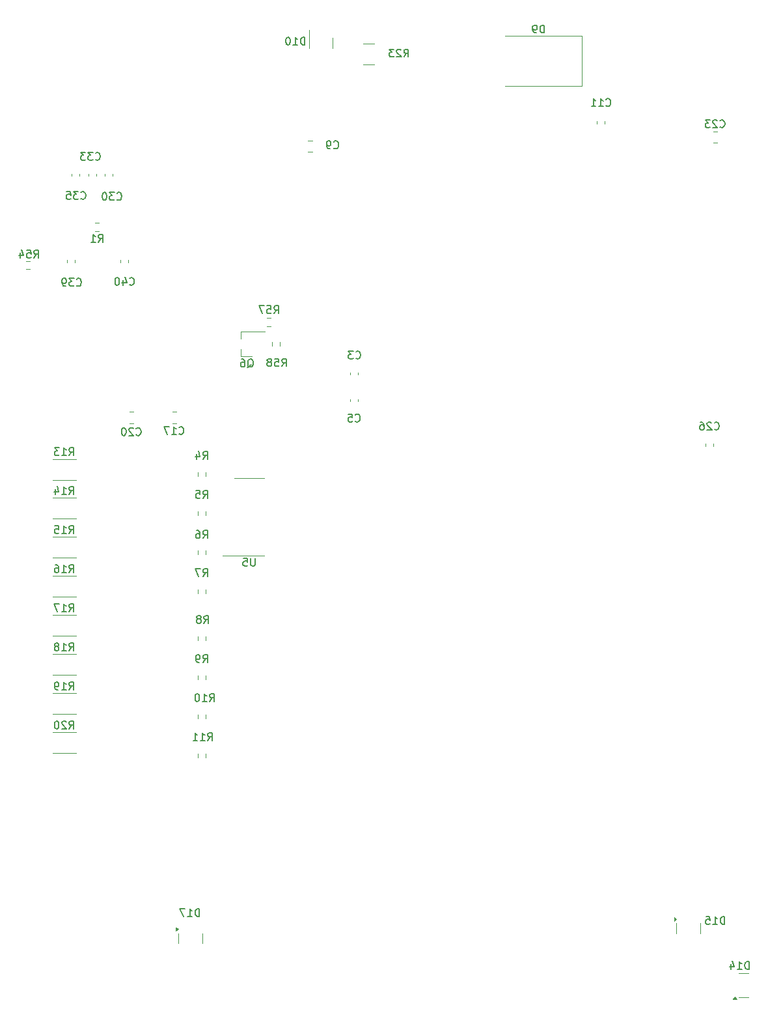
<source format=gbr>
%TF.GenerationSoftware,KiCad,Pcbnew,8.0.1*%
%TF.CreationDate,2024-04-12T11:45:32+03:00*%
%TF.ProjectId,stm32,73746d33-322e-46b6-9963-61645f706362,rev?*%
%TF.SameCoordinates,Original*%
%TF.FileFunction,Legend,Bot*%
%TF.FilePolarity,Positive*%
%FSLAX46Y46*%
G04 Gerber Fmt 4.6, Leading zero omitted, Abs format (unit mm)*
G04 Created by KiCad (PCBNEW 8.0.1) date 2024-04-12 11:45:32*
%MOMM*%
%LPD*%
G01*
G04 APERTURE LIST*
%ADD10C,0.150000*%
%ADD11C,0.120000*%
G04 APERTURE END LIST*
D10*
X94622857Y-38205580D02*
X94670476Y-38253200D01*
X94670476Y-38253200D02*
X94813333Y-38300819D01*
X94813333Y-38300819D02*
X94908571Y-38300819D01*
X94908571Y-38300819D02*
X95051428Y-38253200D01*
X95051428Y-38253200D02*
X95146666Y-38157961D01*
X95146666Y-38157961D02*
X95194285Y-38062723D01*
X95194285Y-38062723D02*
X95241904Y-37872247D01*
X95241904Y-37872247D02*
X95241904Y-37729390D01*
X95241904Y-37729390D02*
X95194285Y-37538914D01*
X95194285Y-37538914D02*
X95146666Y-37443676D01*
X95146666Y-37443676D02*
X95051428Y-37348438D01*
X95051428Y-37348438D02*
X94908571Y-37300819D01*
X94908571Y-37300819D02*
X94813333Y-37300819D01*
X94813333Y-37300819D02*
X94670476Y-37348438D01*
X94670476Y-37348438D02*
X94622857Y-37396057D01*
X93670476Y-38300819D02*
X94241904Y-38300819D01*
X93956190Y-38300819D02*
X93956190Y-37300819D01*
X93956190Y-37300819D02*
X94051428Y-37443676D01*
X94051428Y-37443676D02*
X94146666Y-37538914D01*
X94146666Y-37538914D02*
X94241904Y-37586533D01*
X92718095Y-38300819D02*
X93289523Y-38300819D01*
X93003809Y-38300819D02*
X93003809Y-37300819D01*
X93003809Y-37300819D02*
X93099047Y-37443676D01*
X93099047Y-37443676D02*
X93194285Y-37538914D01*
X93194285Y-37538914D02*
X93289523Y-37586533D01*
X42203666Y-94434819D02*
X42536999Y-93958628D01*
X42775094Y-94434819D02*
X42775094Y-93434819D01*
X42775094Y-93434819D02*
X42394142Y-93434819D01*
X42394142Y-93434819D02*
X42298904Y-93482438D01*
X42298904Y-93482438D02*
X42251285Y-93530057D01*
X42251285Y-93530057D02*
X42203666Y-93625295D01*
X42203666Y-93625295D02*
X42203666Y-93768152D01*
X42203666Y-93768152D02*
X42251285Y-93863390D01*
X42251285Y-93863390D02*
X42298904Y-93911009D01*
X42298904Y-93911009D02*
X42394142Y-93958628D01*
X42394142Y-93958628D02*
X42775094Y-93958628D01*
X41346523Y-93434819D02*
X41536999Y-93434819D01*
X41536999Y-93434819D02*
X41632237Y-93482438D01*
X41632237Y-93482438D02*
X41679856Y-93530057D01*
X41679856Y-93530057D02*
X41775094Y-93672914D01*
X41775094Y-93672914D02*
X41822713Y-93863390D01*
X41822713Y-93863390D02*
X41822713Y-94244342D01*
X41822713Y-94244342D02*
X41775094Y-94339580D01*
X41775094Y-94339580D02*
X41727475Y-94387200D01*
X41727475Y-94387200D02*
X41632237Y-94434819D01*
X41632237Y-94434819D02*
X41441761Y-94434819D01*
X41441761Y-94434819D02*
X41346523Y-94387200D01*
X41346523Y-94387200D02*
X41298904Y-94339580D01*
X41298904Y-94339580D02*
X41251285Y-94244342D01*
X41251285Y-94244342D02*
X41251285Y-94006247D01*
X41251285Y-94006247D02*
X41298904Y-93911009D01*
X41298904Y-93911009D02*
X41346523Y-93863390D01*
X41346523Y-93863390D02*
X41441761Y-93815771D01*
X41441761Y-93815771D02*
X41632237Y-93815771D01*
X41632237Y-93815771D02*
X41727475Y-93863390D01*
X41727475Y-93863390D02*
X41775094Y-93911009D01*
X41775094Y-93911009D02*
X41822713Y-94006247D01*
X20200857Y-57985819D02*
X20534190Y-57509628D01*
X20772285Y-57985819D02*
X20772285Y-56985819D01*
X20772285Y-56985819D02*
X20391333Y-56985819D01*
X20391333Y-56985819D02*
X20296095Y-57033438D01*
X20296095Y-57033438D02*
X20248476Y-57081057D01*
X20248476Y-57081057D02*
X20200857Y-57176295D01*
X20200857Y-57176295D02*
X20200857Y-57319152D01*
X20200857Y-57319152D02*
X20248476Y-57414390D01*
X20248476Y-57414390D02*
X20296095Y-57462009D01*
X20296095Y-57462009D02*
X20391333Y-57509628D01*
X20391333Y-57509628D02*
X20772285Y-57509628D01*
X19296095Y-56985819D02*
X19772285Y-56985819D01*
X19772285Y-56985819D02*
X19819904Y-57462009D01*
X19819904Y-57462009D02*
X19772285Y-57414390D01*
X19772285Y-57414390D02*
X19677047Y-57366771D01*
X19677047Y-57366771D02*
X19438952Y-57366771D01*
X19438952Y-57366771D02*
X19343714Y-57414390D01*
X19343714Y-57414390D02*
X19296095Y-57462009D01*
X19296095Y-57462009D02*
X19248476Y-57557247D01*
X19248476Y-57557247D02*
X19248476Y-57795342D01*
X19248476Y-57795342D02*
X19296095Y-57890580D01*
X19296095Y-57890580D02*
X19343714Y-57938200D01*
X19343714Y-57938200D02*
X19438952Y-57985819D01*
X19438952Y-57985819D02*
X19677047Y-57985819D01*
X19677047Y-57985819D02*
X19772285Y-57938200D01*
X19772285Y-57938200D02*
X19819904Y-57890580D01*
X18391333Y-57319152D02*
X18391333Y-57985819D01*
X18629428Y-56938200D02*
X18867523Y-57652485D01*
X18867523Y-57652485D02*
X18248476Y-57652485D01*
X68335057Y-31874619D02*
X68668390Y-31398428D01*
X68906485Y-31874619D02*
X68906485Y-30874619D01*
X68906485Y-30874619D02*
X68525533Y-30874619D01*
X68525533Y-30874619D02*
X68430295Y-30922238D01*
X68430295Y-30922238D02*
X68382676Y-30969857D01*
X68382676Y-30969857D02*
X68335057Y-31065095D01*
X68335057Y-31065095D02*
X68335057Y-31207952D01*
X68335057Y-31207952D02*
X68382676Y-31303190D01*
X68382676Y-31303190D02*
X68430295Y-31350809D01*
X68430295Y-31350809D02*
X68525533Y-31398428D01*
X68525533Y-31398428D02*
X68906485Y-31398428D01*
X67954104Y-30969857D02*
X67906485Y-30922238D01*
X67906485Y-30922238D02*
X67811247Y-30874619D01*
X67811247Y-30874619D02*
X67573152Y-30874619D01*
X67573152Y-30874619D02*
X67477914Y-30922238D01*
X67477914Y-30922238D02*
X67430295Y-30969857D01*
X67430295Y-30969857D02*
X67382676Y-31065095D01*
X67382676Y-31065095D02*
X67382676Y-31160333D01*
X67382676Y-31160333D02*
X67430295Y-31303190D01*
X67430295Y-31303190D02*
X68001723Y-31874619D01*
X68001723Y-31874619D02*
X67382676Y-31874619D01*
X67049342Y-30874619D02*
X66430295Y-30874619D01*
X66430295Y-30874619D02*
X66763628Y-31255571D01*
X66763628Y-31255571D02*
X66620771Y-31255571D01*
X66620771Y-31255571D02*
X66525533Y-31303190D01*
X66525533Y-31303190D02*
X66477914Y-31350809D01*
X66477914Y-31350809D02*
X66430295Y-31446047D01*
X66430295Y-31446047D02*
X66430295Y-31684142D01*
X66430295Y-31684142D02*
X66477914Y-31779380D01*
X66477914Y-31779380D02*
X66525533Y-31827000D01*
X66525533Y-31827000D02*
X66620771Y-31874619D01*
X66620771Y-31874619D02*
X66906485Y-31874619D01*
X66906485Y-31874619D02*
X67001723Y-31827000D01*
X67001723Y-31827000D02*
X67049342Y-31779380D01*
X26323357Y-50270580D02*
X26370976Y-50318200D01*
X26370976Y-50318200D02*
X26513833Y-50365819D01*
X26513833Y-50365819D02*
X26609071Y-50365819D01*
X26609071Y-50365819D02*
X26751928Y-50318200D01*
X26751928Y-50318200D02*
X26847166Y-50222961D01*
X26847166Y-50222961D02*
X26894785Y-50127723D01*
X26894785Y-50127723D02*
X26942404Y-49937247D01*
X26942404Y-49937247D02*
X26942404Y-49794390D01*
X26942404Y-49794390D02*
X26894785Y-49603914D01*
X26894785Y-49603914D02*
X26847166Y-49508676D01*
X26847166Y-49508676D02*
X26751928Y-49413438D01*
X26751928Y-49413438D02*
X26609071Y-49365819D01*
X26609071Y-49365819D02*
X26513833Y-49365819D01*
X26513833Y-49365819D02*
X26370976Y-49413438D01*
X26370976Y-49413438D02*
X26323357Y-49461057D01*
X25990023Y-49365819D02*
X25370976Y-49365819D01*
X25370976Y-49365819D02*
X25704309Y-49746771D01*
X25704309Y-49746771D02*
X25561452Y-49746771D01*
X25561452Y-49746771D02*
X25466214Y-49794390D01*
X25466214Y-49794390D02*
X25418595Y-49842009D01*
X25418595Y-49842009D02*
X25370976Y-49937247D01*
X25370976Y-49937247D02*
X25370976Y-50175342D01*
X25370976Y-50175342D02*
X25418595Y-50270580D01*
X25418595Y-50270580D02*
X25466214Y-50318200D01*
X25466214Y-50318200D02*
X25561452Y-50365819D01*
X25561452Y-50365819D02*
X25847166Y-50365819D01*
X25847166Y-50365819D02*
X25942404Y-50318200D01*
X25942404Y-50318200D02*
X25990023Y-50270580D01*
X24466214Y-49365819D02*
X24942404Y-49365819D01*
X24942404Y-49365819D02*
X24990023Y-49842009D01*
X24990023Y-49842009D02*
X24942404Y-49794390D01*
X24942404Y-49794390D02*
X24847166Y-49746771D01*
X24847166Y-49746771D02*
X24609071Y-49746771D01*
X24609071Y-49746771D02*
X24513833Y-49794390D01*
X24513833Y-49794390D02*
X24466214Y-49842009D01*
X24466214Y-49842009D02*
X24418595Y-49937247D01*
X24418595Y-49937247D02*
X24418595Y-50175342D01*
X24418595Y-50175342D02*
X24466214Y-50270580D01*
X24466214Y-50270580D02*
X24513833Y-50318200D01*
X24513833Y-50318200D02*
X24609071Y-50365819D01*
X24609071Y-50365819D02*
X24847166Y-50365819D01*
X24847166Y-50365819D02*
X24942404Y-50318200D01*
X24942404Y-50318200D02*
X24990023Y-50270580D01*
X33514357Y-80983080D02*
X33561976Y-81030700D01*
X33561976Y-81030700D02*
X33704833Y-81078319D01*
X33704833Y-81078319D02*
X33800071Y-81078319D01*
X33800071Y-81078319D02*
X33942928Y-81030700D01*
X33942928Y-81030700D02*
X34038166Y-80935461D01*
X34038166Y-80935461D02*
X34085785Y-80840223D01*
X34085785Y-80840223D02*
X34133404Y-80649747D01*
X34133404Y-80649747D02*
X34133404Y-80506890D01*
X34133404Y-80506890D02*
X34085785Y-80316414D01*
X34085785Y-80316414D02*
X34038166Y-80221176D01*
X34038166Y-80221176D02*
X33942928Y-80125938D01*
X33942928Y-80125938D02*
X33800071Y-80078319D01*
X33800071Y-80078319D02*
X33704833Y-80078319D01*
X33704833Y-80078319D02*
X33561976Y-80125938D01*
X33561976Y-80125938D02*
X33514357Y-80173557D01*
X33133404Y-80173557D02*
X33085785Y-80125938D01*
X33085785Y-80125938D02*
X32990547Y-80078319D01*
X32990547Y-80078319D02*
X32752452Y-80078319D01*
X32752452Y-80078319D02*
X32657214Y-80125938D01*
X32657214Y-80125938D02*
X32609595Y-80173557D01*
X32609595Y-80173557D02*
X32561976Y-80268795D01*
X32561976Y-80268795D02*
X32561976Y-80364033D01*
X32561976Y-80364033D02*
X32609595Y-80506890D01*
X32609595Y-80506890D02*
X33181023Y-81078319D01*
X33181023Y-81078319D02*
X32561976Y-81078319D01*
X31942928Y-80078319D02*
X31847690Y-80078319D01*
X31847690Y-80078319D02*
X31752452Y-80125938D01*
X31752452Y-80125938D02*
X31704833Y-80173557D01*
X31704833Y-80173557D02*
X31657214Y-80268795D01*
X31657214Y-80268795D02*
X31609595Y-80459271D01*
X31609595Y-80459271D02*
X31609595Y-80697366D01*
X31609595Y-80697366D02*
X31657214Y-80887842D01*
X31657214Y-80887842D02*
X31704833Y-80983080D01*
X31704833Y-80983080D02*
X31752452Y-81030700D01*
X31752452Y-81030700D02*
X31847690Y-81078319D01*
X31847690Y-81078319D02*
X31942928Y-81078319D01*
X31942928Y-81078319D02*
X32038166Y-81030700D01*
X32038166Y-81030700D02*
X32085785Y-80983080D01*
X32085785Y-80983080D02*
X32133404Y-80887842D01*
X32133404Y-80887842D02*
X32181023Y-80697366D01*
X32181023Y-80697366D02*
X32181023Y-80459271D01*
X32181023Y-80459271D02*
X32133404Y-80268795D01*
X32133404Y-80268795D02*
X32085785Y-80173557D01*
X32085785Y-80173557D02*
X32038166Y-80125938D01*
X32038166Y-80125938D02*
X31942928Y-80078319D01*
X42203666Y-89227819D02*
X42536999Y-88751628D01*
X42775094Y-89227819D02*
X42775094Y-88227819D01*
X42775094Y-88227819D02*
X42394142Y-88227819D01*
X42394142Y-88227819D02*
X42298904Y-88275438D01*
X42298904Y-88275438D02*
X42251285Y-88323057D01*
X42251285Y-88323057D02*
X42203666Y-88418295D01*
X42203666Y-88418295D02*
X42203666Y-88561152D01*
X42203666Y-88561152D02*
X42251285Y-88656390D01*
X42251285Y-88656390D02*
X42298904Y-88704009D01*
X42298904Y-88704009D02*
X42394142Y-88751628D01*
X42394142Y-88751628D02*
X42775094Y-88751628D01*
X41298904Y-88227819D02*
X41775094Y-88227819D01*
X41775094Y-88227819D02*
X41822713Y-88704009D01*
X41822713Y-88704009D02*
X41775094Y-88656390D01*
X41775094Y-88656390D02*
X41679856Y-88608771D01*
X41679856Y-88608771D02*
X41441761Y-88608771D01*
X41441761Y-88608771D02*
X41346523Y-88656390D01*
X41346523Y-88656390D02*
X41298904Y-88704009D01*
X41298904Y-88704009D02*
X41251285Y-88799247D01*
X41251285Y-88799247D02*
X41251285Y-89037342D01*
X41251285Y-89037342D02*
X41298904Y-89132580D01*
X41298904Y-89132580D02*
X41346523Y-89180200D01*
X41346523Y-89180200D02*
X41441761Y-89227819D01*
X41441761Y-89227819D02*
X41679856Y-89227819D01*
X41679856Y-89227819D02*
X41775094Y-89180200D01*
X41775094Y-89180200D02*
X41822713Y-89132580D01*
X24785857Y-83677819D02*
X25119190Y-83201628D01*
X25357285Y-83677819D02*
X25357285Y-82677819D01*
X25357285Y-82677819D02*
X24976333Y-82677819D01*
X24976333Y-82677819D02*
X24881095Y-82725438D01*
X24881095Y-82725438D02*
X24833476Y-82773057D01*
X24833476Y-82773057D02*
X24785857Y-82868295D01*
X24785857Y-82868295D02*
X24785857Y-83011152D01*
X24785857Y-83011152D02*
X24833476Y-83106390D01*
X24833476Y-83106390D02*
X24881095Y-83154009D01*
X24881095Y-83154009D02*
X24976333Y-83201628D01*
X24976333Y-83201628D02*
X25357285Y-83201628D01*
X23833476Y-83677819D02*
X24404904Y-83677819D01*
X24119190Y-83677819D02*
X24119190Y-82677819D01*
X24119190Y-82677819D02*
X24214428Y-82820676D01*
X24214428Y-82820676D02*
X24309666Y-82915914D01*
X24309666Y-82915914D02*
X24404904Y-82963533D01*
X23500142Y-82677819D02*
X22881095Y-82677819D01*
X22881095Y-82677819D02*
X23214428Y-83058771D01*
X23214428Y-83058771D02*
X23071571Y-83058771D01*
X23071571Y-83058771D02*
X22976333Y-83106390D01*
X22976333Y-83106390D02*
X22928714Y-83154009D01*
X22928714Y-83154009D02*
X22881095Y-83249247D01*
X22881095Y-83249247D02*
X22881095Y-83487342D01*
X22881095Y-83487342D02*
X22928714Y-83582580D01*
X22928714Y-83582580D02*
X22976333Y-83630200D01*
X22976333Y-83630200D02*
X23071571Y-83677819D01*
X23071571Y-83677819D02*
X23357285Y-83677819D01*
X23357285Y-83677819D02*
X23452523Y-83630200D01*
X23452523Y-83630200D02*
X23500142Y-83582580D01*
X42203666Y-84147819D02*
X42536999Y-83671628D01*
X42775094Y-84147819D02*
X42775094Y-83147819D01*
X42775094Y-83147819D02*
X42394142Y-83147819D01*
X42394142Y-83147819D02*
X42298904Y-83195438D01*
X42298904Y-83195438D02*
X42251285Y-83243057D01*
X42251285Y-83243057D02*
X42203666Y-83338295D01*
X42203666Y-83338295D02*
X42203666Y-83481152D01*
X42203666Y-83481152D02*
X42251285Y-83576390D01*
X42251285Y-83576390D02*
X42298904Y-83624009D01*
X42298904Y-83624009D02*
X42394142Y-83671628D01*
X42394142Y-83671628D02*
X42775094Y-83671628D01*
X41346523Y-83481152D02*
X41346523Y-84147819D01*
X41584618Y-83100200D02*
X41822713Y-83814485D01*
X41822713Y-83814485D02*
X41203666Y-83814485D01*
X24785857Y-109045819D02*
X25119190Y-108569628D01*
X25357285Y-109045819D02*
X25357285Y-108045819D01*
X25357285Y-108045819D02*
X24976333Y-108045819D01*
X24976333Y-108045819D02*
X24881095Y-108093438D01*
X24881095Y-108093438D02*
X24833476Y-108141057D01*
X24833476Y-108141057D02*
X24785857Y-108236295D01*
X24785857Y-108236295D02*
X24785857Y-108379152D01*
X24785857Y-108379152D02*
X24833476Y-108474390D01*
X24833476Y-108474390D02*
X24881095Y-108522009D01*
X24881095Y-108522009D02*
X24976333Y-108569628D01*
X24976333Y-108569628D02*
X25357285Y-108569628D01*
X23833476Y-109045819D02*
X24404904Y-109045819D01*
X24119190Y-109045819D02*
X24119190Y-108045819D01*
X24119190Y-108045819D02*
X24214428Y-108188676D01*
X24214428Y-108188676D02*
X24309666Y-108283914D01*
X24309666Y-108283914D02*
X24404904Y-108331533D01*
X23262047Y-108474390D02*
X23357285Y-108426771D01*
X23357285Y-108426771D02*
X23404904Y-108379152D01*
X23404904Y-108379152D02*
X23452523Y-108283914D01*
X23452523Y-108283914D02*
X23452523Y-108236295D01*
X23452523Y-108236295D02*
X23404904Y-108141057D01*
X23404904Y-108141057D02*
X23357285Y-108093438D01*
X23357285Y-108093438D02*
X23262047Y-108045819D01*
X23262047Y-108045819D02*
X23071571Y-108045819D01*
X23071571Y-108045819D02*
X22976333Y-108093438D01*
X22976333Y-108093438D02*
X22928714Y-108141057D01*
X22928714Y-108141057D02*
X22881095Y-108236295D01*
X22881095Y-108236295D02*
X22881095Y-108283914D01*
X22881095Y-108283914D02*
X22928714Y-108379152D01*
X22928714Y-108379152D02*
X22976333Y-108426771D01*
X22976333Y-108426771D02*
X23071571Y-108474390D01*
X23071571Y-108474390D02*
X23262047Y-108474390D01*
X23262047Y-108474390D02*
X23357285Y-108522009D01*
X23357285Y-108522009D02*
X23404904Y-108569628D01*
X23404904Y-108569628D02*
X23452523Y-108664866D01*
X23452523Y-108664866D02*
X23452523Y-108855342D01*
X23452523Y-108855342D02*
X23404904Y-108950580D01*
X23404904Y-108950580D02*
X23357285Y-108998200D01*
X23357285Y-108998200D02*
X23262047Y-109045819D01*
X23262047Y-109045819D02*
X23071571Y-109045819D01*
X23071571Y-109045819D02*
X22976333Y-108998200D01*
X22976333Y-108998200D02*
X22928714Y-108950580D01*
X22928714Y-108950580D02*
X22881095Y-108855342D01*
X22881095Y-108855342D02*
X22881095Y-108664866D01*
X22881095Y-108664866D02*
X22928714Y-108569628D01*
X22928714Y-108569628D02*
X22976333Y-108522009D01*
X22976333Y-108522009D02*
X23071571Y-108474390D01*
X30995857Y-50397580D02*
X31043476Y-50445200D01*
X31043476Y-50445200D02*
X31186333Y-50492819D01*
X31186333Y-50492819D02*
X31281571Y-50492819D01*
X31281571Y-50492819D02*
X31424428Y-50445200D01*
X31424428Y-50445200D02*
X31519666Y-50349961D01*
X31519666Y-50349961D02*
X31567285Y-50254723D01*
X31567285Y-50254723D02*
X31614904Y-50064247D01*
X31614904Y-50064247D02*
X31614904Y-49921390D01*
X31614904Y-49921390D02*
X31567285Y-49730914D01*
X31567285Y-49730914D02*
X31519666Y-49635676D01*
X31519666Y-49635676D02*
X31424428Y-49540438D01*
X31424428Y-49540438D02*
X31281571Y-49492819D01*
X31281571Y-49492819D02*
X31186333Y-49492819D01*
X31186333Y-49492819D02*
X31043476Y-49540438D01*
X31043476Y-49540438D02*
X30995857Y-49588057D01*
X30662523Y-49492819D02*
X30043476Y-49492819D01*
X30043476Y-49492819D02*
X30376809Y-49873771D01*
X30376809Y-49873771D02*
X30233952Y-49873771D01*
X30233952Y-49873771D02*
X30138714Y-49921390D01*
X30138714Y-49921390D02*
X30091095Y-49969009D01*
X30091095Y-49969009D02*
X30043476Y-50064247D01*
X30043476Y-50064247D02*
X30043476Y-50302342D01*
X30043476Y-50302342D02*
X30091095Y-50397580D01*
X30091095Y-50397580D02*
X30138714Y-50445200D01*
X30138714Y-50445200D02*
X30233952Y-50492819D01*
X30233952Y-50492819D02*
X30519666Y-50492819D01*
X30519666Y-50492819D02*
X30614904Y-50445200D01*
X30614904Y-50445200D02*
X30662523Y-50397580D01*
X29424428Y-49492819D02*
X29329190Y-49492819D01*
X29329190Y-49492819D02*
X29233952Y-49540438D01*
X29233952Y-49540438D02*
X29186333Y-49588057D01*
X29186333Y-49588057D02*
X29138714Y-49683295D01*
X29138714Y-49683295D02*
X29091095Y-49873771D01*
X29091095Y-49873771D02*
X29091095Y-50111866D01*
X29091095Y-50111866D02*
X29138714Y-50302342D01*
X29138714Y-50302342D02*
X29186333Y-50397580D01*
X29186333Y-50397580D02*
X29233952Y-50445200D01*
X29233952Y-50445200D02*
X29329190Y-50492819D01*
X29329190Y-50492819D02*
X29424428Y-50492819D01*
X29424428Y-50492819D02*
X29519666Y-50445200D01*
X29519666Y-50445200D02*
X29567285Y-50397580D01*
X29567285Y-50397580D02*
X29614904Y-50302342D01*
X29614904Y-50302342D02*
X29662523Y-50111866D01*
X29662523Y-50111866D02*
X29662523Y-49873771D01*
X29662523Y-49873771D02*
X29614904Y-49683295D01*
X29614904Y-49683295D02*
X29567285Y-49588057D01*
X29567285Y-49588057D02*
X29519666Y-49540438D01*
X29519666Y-49540438D02*
X29424428Y-49492819D01*
X24785857Y-88725819D02*
X25119190Y-88249628D01*
X25357285Y-88725819D02*
X25357285Y-87725819D01*
X25357285Y-87725819D02*
X24976333Y-87725819D01*
X24976333Y-87725819D02*
X24881095Y-87773438D01*
X24881095Y-87773438D02*
X24833476Y-87821057D01*
X24833476Y-87821057D02*
X24785857Y-87916295D01*
X24785857Y-87916295D02*
X24785857Y-88059152D01*
X24785857Y-88059152D02*
X24833476Y-88154390D01*
X24833476Y-88154390D02*
X24881095Y-88202009D01*
X24881095Y-88202009D02*
X24976333Y-88249628D01*
X24976333Y-88249628D02*
X25357285Y-88249628D01*
X23833476Y-88725819D02*
X24404904Y-88725819D01*
X24119190Y-88725819D02*
X24119190Y-87725819D01*
X24119190Y-87725819D02*
X24214428Y-87868676D01*
X24214428Y-87868676D02*
X24309666Y-87963914D01*
X24309666Y-87963914D02*
X24404904Y-88011533D01*
X22976333Y-88059152D02*
X22976333Y-88725819D01*
X23214428Y-87678200D02*
X23452523Y-88392485D01*
X23452523Y-88392485D02*
X22833476Y-88392485D01*
X24785857Y-114125819D02*
X25119190Y-113649628D01*
X25357285Y-114125819D02*
X25357285Y-113125819D01*
X25357285Y-113125819D02*
X24976333Y-113125819D01*
X24976333Y-113125819D02*
X24881095Y-113173438D01*
X24881095Y-113173438D02*
X24833476Y-113221057D01*
X24833476Y-113221057D02*
X24785857Y-113316295D01*
X24785857Y-113316295D02*
X24785857Y-113459152D01*
X24785857Y-113459152D02*
X24833476Y-113554390D01*
X24833476Y-113554390D02*
X24881095Y-113602009D01*
X24881095Y-113602009D02*
X24976333Y-113649628D01*
X24976333Y-113649628D02*
X25357285Y-113649628D01*
X23833476Y-114125819D02*
X24404904Y-114125819D01*
X24119190Y-114125819D02*
X24119190Y-113125819D01*
X24119190Y-113125819D02*
X24214428Y-113268676D01*
X24214428Y-113268676D02*
X24309666Y-113363914D01*
X24309666Y-113363914D02*
X24404904Y-113411533D01*
X23357285Y-114125819D02*
X23166809Y-114125819D01*
X23166809Y-114125819D02*
X23071571Y-114078200D01*
X23071571Y-114078200D02*
X23023952Y-114030580D01*
X23023952Y-114030580D02*
X22928714Y-113887723D01*
X22928714Y-113887723D02*
X22881095Y-113697247D01*
X22881095Y-113697247D02*
X22881095Y-113316295D01*
X22881095Y-113316295D02*
X22928714Y-113221057D01*
X22928714Y-113221057D02*
X22976333Y-113173438D01*
X22976333Y-113173438D02*
X23071571Y-113125819D01*
X23071571Y-113125819D02*
X23262047Y-113125819D01*
X23262047Y-113125819D02*
X23357285Y-113173438D01*
X23357285Y-113173438D02*
X23404904Y-113221057D01*
X23404904Y-113221057D02*
X23452523Y-113316295D01*
X23452523Y-113316295D02*
X23452523Y-113554390D01*
X23452523Y-113554390D02*
X23404904Y-113649628D01*
X23404904Y-113649628D02*
X23357285Y-113697247D01*
X23357285Y-113697247D02*
X23262047Y-113744866D01*
X23262047Y-113744866D02*
X23071571Y-113744866D01*
X23071571Y-113744866D02*
X22976333Y-113697247D01*
X22976333Y-113697247D02*
X22928714Y-113649628D01*
X22928714Y-113649628D02*
X22881095Y-113554390D01*
X110053285Y-144599819D02*
X110053285Y-143599819D01*
X110053285Y-143599819D02*
X109815190Y-143599819D01*
X109815190Y-143599819D02*
X109672333Y-143647438D01*
X109672333Y-143647438D02*
X109577095Y-143742676D01*
X109577095Y-143742676D02*
X109529476Y-143837914D01*
X109529476Y-143837914D02*
X109481857Y-144028390D01*
X109481857Y-144028390D02*
X109481857Y-144171247D01*
X109481857Y-144171247D02*
X109529476Y-144361723D01*
X109529476Y-144361723D02*
X109577095Y-144456961D01*
X109577095Y-144456961D02*
X109672333Y-144552200D01*
X109672333Y-144552200D02*
X109815190Y-144599819D01*
X109815190Y-144599819D02*
X110053285Y-144599819D01*
X108529476Y-144599819D02*
X109100904Y-144599819D01*
X108815190Y-144599819D02*
X108815190Y-143599819D01*
X108815190Y-143599819D02*
X108910428Y-143742676D01*
X108910428Y-143742676D02*
X109005666Y-143837914D01*
X109005666Y-143837914D02*
X109100904Y-143885533D01*
X107624714Y-143599819D02*
X108100904Y-143599819D01*
X108100904Y-143599819D02*
X108148523Y-144076009D01*
X108148523Y-144076009D02*
X108100904Y-144028390D01*
X108100904Y-144028390D02*
X108005666Y-143980771D01*
X108005666Y-143980771D02*
X107767571Y-143980771D01*
X107767571Y-143980771D02*
X107672333Y-144028390D01*
X107672333Y-144028390D02*
X107624714Y-144076009D01*
X107624714Y-144076009D02*
X107577095Y-144171247D01*
X107577095Y-144171247D02*
X107577095Y-144409342D01*
X107577095Y-144409342D02*
X107624714Y-144504580D01*
X107624714Y-144504580D02*
X107672333Y-144552200D01*
X107672333Y-144552200D02*
X107767571Y-144599819D01*
X107767571Y-144599819D02*
X108005666Y-144599819D01*
X108005666Y-144599819D02*
X108100904Y-144552200D01*
X108100904Y-144552200D02*
X108148523Y-144504580D01*
X108719857Y-80242580D02*
X108767476Y-80290200D01*
X108767476Y-80290200D02*
X108910333Y-80337819D01*
X108910333Y-80337819D02*
X109005571Y-80337819D01*
X109005571Y-80337819D02*
X109148428Y-80290200D01*
X109148428Y-80290200D02*
X109243666Y-80194961D01*
X109243666Y-80194961D02*
X109291285Y-80099723D01*
X109291285Y-80099723D02*
X109338904Y-79909247D01*
X109338904Y-79909247D02*
X109338904Y-79766390D01*
X109338904Y-79766390D02*
X109291285Y-79575914D01*
X109291285Y-79575914D02*
X109243666Y-79480676D01*
X109243666Y-79480676D02*
X109148428Y-79385438D01*
X109148428Y-79385438D02*
X109005571Y-79337819D01*
X109005571Y-79337819D02*
X108910333Y-79337819D01*
X108910333Y-79337819D02*
X108767476Y-79385438D01*
X108767476Y-79385438D02*
X108719857Y-79433057D01*
X108338904Y-79433057D02*
X108291285Y-79385438D01*
X108291285Y-79385438D02*
X108196047Y-79337819D01*
X108196047Y-79337819D02*
X107957952Y-79337819D01*
X107957952Y-79337819D02*
X107862714Y-79385438D01*
X107862714Y-79385438D02*
X107815095Y-79433057D01*
X107815095Y-79433057D02*
X107767476Y-79528295D01*
X107767476Y-79528295D02*
X107767476Y-79623533D01*
X107767476Y-79623533D02*
X107815095Y-79766390D01*
X107815095Y-79766390D02*
X108386523Y-80337819D01*
X108386523Y-80337819D02*
X107767476Y-80337819D01*
X106910333Y-79337819D02*
X107100809Y-79337819D01*
X107100809Y-79337819D02*
X107196047Y-79385438D01*
X107196047Y-79385438D02*
X107243666Y-79433057D01*
X107243666Y-79433057D02*
X107338904Y-79575914D01*
X107338904Y-79575914D02*
X107386523Y-79766390D01*
X107386523Y-79766390D02*
X107386523Y-80147342D01*
X107386523Y-80147342D02*
X107338904Y-80242580D01*
X107338904Y-80242580D02*
X107291285Y-80290200D01*
X107291285Y-80290200D02*
X107196047Y-80337819D01*
X107196047Y-80337819D02*
X107005571Y-80337819D01*
X107005571Y-80337819D02*
X106910333Y-80290200D01*
X106910333Y-80290200D02*
X106862714Y-80242580D01*
X106862714Y-80242580D02*
X106815095Y-80147342D01*
X106815095Y-80147342D02*
X106815095Y-79909247D01*
X106815095Y-79909247D02*
X106862714Y-79814009D01*
X106862714Y-79814009D02*
X106910333Y-79766390D01*
X106910333Y-79766390D02*
X107005571Y-79718771D01*
X107005571Y-79718771D02*
X107196047Y-79718771D01*
X107196047Y-79718771D02*
X107291285Y-79766390D01*
X107291285Y-79766390D02*
X107338904Y-79814009D01*
X107338904Y-79814009D02*
X107386523Y-79909247D01*
X43060857Y-115643819D02*
X43394190Y-115167628D01*
X43632285Y-115643819D02*
X43632285Y-114643819D01*
X43632285Y-114643819D02*
X43251333Y-114643819D01*
X43251333Y-114643819D02*
X43156095Y-114691438D01*
X43156095Y-114691438D02*
X43108476Y-114739057D01*
X43108476Y-114739057D02*
X43060857Y-114834295D01*
X43060857Y-114834295D02*
X43060857Y-114977152D01*
X43060857Y-114977152D02*
X43108476Y-115072390D01*
X43108476Y-115072390D02*
X43156095Y-115120009D01*
X43156095Y-115120009D02*
X43251333Y-115167628D01*
X43251333Y-115167628D02*
X43632285Y-115167628D01*
X42108476Y-115643819D02*
X42679904Y-115643819D01*
X42394190Y-115643819D02*
X42394190Y-114643819D01*
X42394190Y-114643819D02*
X42489428Y-114786676D01*
X42489428Y-114786676D02*
X42584666Y-114881914D01*
X42584666Y-114881914D02*
X42679904Y-114929533D01*
X41489428Y-114643819D02*
X41394190Y-114643819D01*
X41394190Y-114643819D02*
X41298952Y-114691438D01*
X41298952Y-114691438D02*
X41251333Y-114739057D01*
X41251333Y-114739057D02*
X41203714Y-114834295D01*
X41203714Y-114834295D02*
X41156095Y-115024771D01*
X41156095Y-115024771D02*
X41156095Y-115262866D01*
X41156095Y-115262866D02*
X41203714Y-115453342D01*
X41203714Y-115453342D02*
X41251333Y-115548580D01*
X41251333Y-115548580D02*
X41298952Y-115596200D01*
X41298952Y-115596200D02*
X41394190Y-115643819D01*
X41394190Y-115643819D02*
X41489428Y-115643819D01*
X41489428Y-115643819D02*
X41584666Y-115596200D01*
X41584666Y-115596200D02*
X41632285Y-115548580D01*
X41632285Y-115548580D02*
X41679904Y-115453342D01*
X41679904Y-115453342D02*
X41727523Y-115262866D01*
X41727523Y-115262866D02*
X41727523Y-115024771D01*
X41727523Y-115024771D02*
X41679904Y-114834295D01*
X41679904Y-114834295D02*
X41632285Y-114739057D01*
X41632285Y-114739057D02*
X41584666Y-114691438D01*
X41584666Y-114691438D02*
X41489428Y-114643819D01*
X52453057Y-72084719D02*
X52786390Y-71608528D01*
X53024485Y-72084719D02*
X53024485Y-71084719D01*
X53024485Y-71084719D02*
X52643533Y-71084719D01*
X52643533Y-71084719D02*
X52548295Y-71132338D01*
X52548295Y-71132338D02*
X52500676Y-71179957D01*
X52500676Y-71179957D02*
X52453057Y-71275195D01*
X52453057Y-71275195D02*
X52453057Y-71418052D01*
X52453057Y-71418052D02*
X52500676Y-71513290D01*
X52500676Y-71513290D02*
X52548295Y-71560909D01*
X52548295Y-71560909D02*
X52643533Y-71608528D01*
X52643533Y-71608528D02*
X53024485Y-71608528D01*
X51548295Y-71084719D02*
X52024485Y-71084719D01*
X52024485Y-71084719D02*
X52072104Y-71560909D01*
X52072104Y-71560909D02*
X52024485Y-71513290D01*
X52024485Y-71513290D02*
X51929247Y-71465671D01*
X51929247Y-71465671D02*
X51691152Y-71465671D01*
X51691152Y-71465671D02*
X51595914Y-71513290D01*
X51595914Y-71513290D02*
X51548295Y-71560909D01*
X51548295Y-71560909D02*
X51500676Y-71656147D01*
X51500676Y-71656147D02*
X51500676Y-71894242D01*
X51500676Y-71894242D02*
X51548295Y-71989480D01*
X51548295Y-71989480D02*
X51595914Y-72037100D01*
X51595914Y-72037100D02*
X51691152Y-72084719D01*
X51691152Y-72084719D02*
X51929247Y-72084719D01*
X51929247Y-72084719D02*
X52024485Y-72037100D01*
X52024485Y-72037100D02*
X52072104Y-71989480D01*
X50929247Y-71513290D02*
X51024485Y-71465671D01*
X51024485Y-71465671D02*
X51072104Y-71418052D01*
X51072104Y-71418052D02*
X51119723Y-71322814D01*
X51119723Y-71322814D02*
X51119723Y-71275195D01*
X51119723Y-71275195D02*
X51072104Y-71179957D01*
X51072104Y-71179957D02*
X51024485Y-71132338D01*
X51024485Y-71132338D02*
X50929247Y-71084719D01*
X50929247Y-71084719D02*
X50738771Y-71084719D01*
X50738771Y-71084719D02*
X50643533Y-71132338D01*
X50643533Y-71132338D02*
X50595914Y-71179957D01*
X50595914Y-71179957D02*
X50548295Y-71275195D01*
X50548295Y-71275195D02*
X50548295Y-71322814D01*
X50548295Y-71322814D02*
X50595914Y-71418052D01*
X50595914Y-71418052D02*
X50643533Y-71465671D01*
X50643533Y-71465671D02*
X50738771Y-71513290D01*
X50738771Y-71513290D02*
X50929247Y-71513290D01*
X50929247Y-71513290D02*
X51024485Y-71560909D01*
X51024485Y-71560909D02*
X51072104Y-71608528D01*
X51072104Y-71608528D02*
X51119723Y-71703766D01*
X51119723Y-71703766D02*
X51119723Y-71894242D01*
X51119723Y-71894242D02*
X51072104Y-71989480D01*
X51072104Y-71989480D02*
X51024485Y-72037100D01*
X51024485Y-72037100D02*
X50929247Y-72084719D01*
X50929247Y-72084719D02*
X50738771Y-72084719D01*
X50738771Y-72084719D02*
X50643533Y-72037100D01*
X50643533Y-72037100D02*
X50595914Y-71989480D01*
X50595914Y-71989480D02*
X50548295Y-71894242D01*
X50548295Y-71894242D02*
X50548295Y-71703766D01*
X50548295Y-71703766D02*
X50595914Y-71608528D01*
X50595914Y-71608528D02*
X50643533Y-71560909D01*
X50643533Y-71560909D02*
X50738771Y-71513290D01*
X62066466Y-71022380D02*
X62114085Y-71070000D01*
X62114085Y-71070000D02*
X62256942Y-71117619D01*
X62256942Y-71117619D02*
X62352180Y-71117619D01*
X62352180Y-71117619D02*
X62495037Y-71070000D01*
X62495037Y-71070000D02*
X62590275Y-70974761D01*
X62590275Y-70974761D02*
X62637894Y-70879523D01*
X62637894Y-70879523D02*
X62685513Y-70689047D01*
X62685513Y-70689047D02*
X62685513Y-70546190D01*
X62685513Y-70546190D02*
X62637894Y-70355714D01*
X62637894Y-70355714D02*
X62590275Y-70260476D01*
X62590275Y-70260476D02*
X62495037Y-70165238D01*
X62495037Y-70165238D02*
X62352180Y-70117619D01*
X62352180Y-70117619D02*
X62256942Y-70117619D01*
X62256942Y-70117619D02*
X62114085Y-70165238D01*
X62114085Y-70165238D02*
X62066466Y-70212857D01*
X61733132Y-70117619D02*
X61114085Y-70117619D01*
X61114085Y-70117619D02*
X61447418Y-70498571D01*
X61447418Y-70498571D02*
X61304561Y-70498571D01*
X61304561Y-70498571D02*
X61209323Y-70546190D01*
X61209323Y-70546190D02*
X61161704Y-70593809D01*
X61161704Y-70593809D02*
X61114085Y-70689047D01*
X61114085Y-70689047D02*
X61114085Y-70927142D01*
X61114085Y-70927142D02*
X61161704Y-71022380D01*
X61161704Y-71022380D02*
X61209323Y-71070000D01*
X61209323Y-71070000D02*
X61304561Y-71117619D01*
X61304561Y-71117619D02*
X61590275Y-71117619D01*
X61590275Y-71117619D02*
X61685513Y-71070000D01*
X61685513Y-71070000D02*
X61733132Y-71022380D01*
X24785857Y-98885819D02*
X25119190Y-98409628D01*
X25357285Y-98885819D02*
X25357285Y-97885819D01*
X25357285Y-97885819D02*
X24976333Y-97885819D01*
X24976333Y-97885819D02*
X24881095Y-97933438D01*
X24881095Y-97933438D02*
X24833476Y-97981057D01*
X24833476Y-97981057D02*
X24785857Y-98076295D01*
X24785857Y-98076295D02*
X24785857Y-98219152D01*
X24785857Y-98219152D02*
X24833476Y-98314390D01*
X24833476Y-98314390D02*
X24881095Y-98362009D01*
X24881095Y-98362009D02*
X24976333Y-98409628D01*
X24976333Y-98409628D02*
X25357285Y-98409628D01*
X23833476Y-98885819D02*
X24404904Y-98885819D01*
X24119190Y-98885819D02*
X24119190Y-97885819D01*
X24119190Y-97885819D02*
X24214428Y-98028676D01*
X24214428Y-98028676D02*
X24309666Y-98123914D01*
X24309666Y-98123914D02*
X24404904Y-98171533D01*
X22976333Y-97885819D02*
X23166809Y-97885819D01*
X23166809Y-97885819D02*
X23262047Y-97933438D01*
X23262047Y-97933438D02*
X23309666Y-97981057D01*
X23309666Y-97981057D02*
X23404904Y-98123914D01*
X23404904Y-98123914D02*
X23452523Y-98314390D01*
X23452523Y-98314390D02*
X23452523Y-98695342D01*
X23452523Y-98695342D02*
X23404904Y-98790580D01*
X23404904Y-98790580D02*
X23357285Y-98838200D01*
X23357285Y-98838200D02*
X23262047Y-98885819D01*
X23262047Y-98885819D02*
X23071571Y-98885819D01*
X23071571Y-98885819D02*
X22976333Y-98838200D01*
X22976333Y-98838200D02*
X22928714Y-98790580D01*
X22928714Y-98790580D02*
X22881095Y-98695342D01*
X22881095Y-98695342D02*
X22881095Y-98457247D01*
X22881095Y-98457247D02*
X22928714Y-98362009D01*
X22928714Y-98362009D02*
X22976333Y-98314390D01*
X22976333Y-98314390D02*
X23071571Y-98266771D01*
X23071571Y-98266771D02*
X23262047Y-98266771D01*
X23262047Y-98266771D02*
X23357285Y-98314390D01*
X23357285Y-98314390D02*
X23404904Y-98362009D01*
X23404904Y-98362009D02*
X23452523Y-98457247D01*
X47993838Y-72258057D02*
X48089076Y-72210438D01*
X48089076Y-72210438D02*
X48184314Y-72115200D01*
X48184314Y-72115200D02*
X48327171Y-71972342D01*
X48327171Y-71972342D02*
X48422409Y-71924723D01*
X48422409Y-71924723D02*
X48517647Y-71924723D01*
X48470028Y-72162819D02*
X48565266Y-72115200D01*
X48565266Y-72115200D02*
X48660504Y-72019961D01*
X48660504Y-72019961D02*
X48708123Y-71829485D01*
X48708123Y-71829485D02*
X48708123Y-71496152D01*
X48708123Y-71496152D02*
X48660504Y-71305676D01*
X48660504Y-71305676D02*
X48565266Y-71210438D01*
X48565266Y-71210438D02*
X48470028Y-71162819D01*
X48470028Y-71162819D02*
X48279552Y-71162819D01*
X48279552Y-71162819D02*
X48184314Y-71210438D01*
X48184314Y-71210438D02*
X48089076Y-71305676D01*
X48089076Y-71305676D02*
X48041457Y-71496152D01*
X48041457Y-71496152D02*
X48041457Y-71829485D01*
X48041457Y-71829485D02*
X48089076Y-72019961D01*
X48089076Y-72019961D02*
X48184314Y-72115200D01*
X48184314Y-72115200D02*
X48279552Y-72162819D01*
X48279552Y-72162819D02*
X48470028Y-72162819D01*
X47184314Y-71162819D02*
X47374790Y-71162819D01*
X47374790Y-71162819D02*
X47470028Y-71210438D01*
X47470028Y-71210438D02*
X47517647Y-71258057D01*
X47517647Y-71258057D02*
X47612885Y-71400914D01*
X47612885Y-71400914D02*
X47660504Y-71591390D01*
X47660504Y-71591390D02*
X47660504Y-71972342D01*
X47660504Y-71972342D02*
X47612885Y-72067580D01*
X47612885Y-72067580D02*
X47565266Y-72115200D01*
X47565266Y-72115200D02*
X47470028Y-72162819D01*
X47470028Y-72162819D02*
X47279552Y-72162819D01*
X47279552Y-72162819D02*
X47184314Y-72115200D01*
X47184314Y-72115200D02*
X47136695Y-72067580D01*
X47136695Y-72067580D02*
X47089076Y-71972342D01*
X47089076Y-71972342D02*
X47089076Y-71734247D01*
X47089076Y-71734247D02*
X47136695Y-71639009D01*
X47136695Y-71639009D02*
X47184314Y-71591390D01*
X47184314Y-71591390D02*
X47279552Y-71543771D01*
X47279552Y-71543771D02*
X47470028Y-71543771D01*
X47470028Y-71543771D02*
X47565266Y-71591390D01*
X47565266Y-71591390D02*
X47612885Y-71639009D01*
X47612885Y-71639009D02*
X47660504Y-71734247D01*
X24785857Y-93805819D02*
X25119190Y-93329628D01*
X25357285Y-93805819D02*
X25357285Y-92805819D01*
X25357285Y-92805819D02*
X24976333Y-92805819D01*
X24976333Y-92805819D02*
X24881095Y-92853438D01*
X24881095Y-92853438D02*
X24833476Y-92901057D01*
X24833476Y-92901057D02*
X24785857Y-92996295D01*
X24785857Y-92996295D02*
X24785857Y-93139152D01*
X24785857Y-93139152D02*
X24833476Y-93234390D01*
X24833476Y-93234390D02*
X24881095Y-93282009D01*
X24881095Y-93282009D02*
X24976333Y-93329628D01*
X24976333Y-93329628D02*
X25357285Y-93329628D01*
X23833476Y-93805819D02*
X24404904Y-93805819D01*
X24119190Y-93805819D02*
X24119190Y-92805819D01*
X24119190Y-92805819D02*
X24214428Y-92948676D01*
X24214428Y-92948676D02*
X24309666Y-93043914D01*
X24309666Y-93043914D02*
X24404904Y-93091533D01*
X22928714Y-92805819D02*
X23404904Y-92805819D01*
X23404904Y-92805819D02*
X23452523Y-93282009D01*
X23452523Y-93282009D02*
X23404904Y-93234390D01*
X23404904Y-93234390D02*
X23309666Y-93186771D01*
X23309666Y-93186771D02*
X23071571Y-93186771D01*
X23071571Y-93186771D02*
X22976333Y-93234390D01*
X22976333Y-93234390D02*
X22928714Y-93282009D01*
X22928714Y-93282009D02*
X22881095Y-93377247D01*
X22881095Y-93377247D02*
X22881095Y-93615342D01*
X22881095Y-93615342D02*
X22928714Y-93710580D01*
X22928714Y-93710580D02*
X22976333Y-93758200D01*
X22976333Y-93758200D02*
X23071571Y-93805819D01*
X23071571Y-93805819D02*
X23309666Y-93805819D01*
X23309666Y-93805819D02*
X23404904Y-93758200D01*
X23404904Y-93758200D02*
X23452523Y-93710580D01*
X86615094Y-28739819D02*
X86615094Y-27739819D01*
X86615094Y-27739819D02*
X86376999Y-27739819D01*
X86376999Y-27739819D02*
X86234142Y-27787438D01*
X86234142Y-27787438D02*
X86138904Y-27882676D01*
X86138904Y-27882676D02*
X86091285Y-27977914D01*
X86091285Y-27977914D02*
X86043666Y-28168390D01*
X86043666Y-28168390D02*
X86043666Y-28311247D01*
X86043666Y-28311247D02*
X86091285Y-28501723D01*
X86091285Y-28501723D02*
X86138904Y-28596961D01*
X86138904Y-28596961D02*
X86234142Y-28692200D01*
X86234142Y-28692200D02*
X86376999Y-28739819D01*
X86376999Y-28739819D02*
X86615094Y-28739819D01*
X85567475Y-28739819D02*
X85376999Y-28739819D01*
X85376999Y-28739819D02*
X85281761Y-28692200D01*
X85281761Y-28692200D02*
X85234142Y-28644580D01*
X85234142Y-28644580D02*
X85138904Y-28501723D01*
X85138904Y-28501723D02*
X85091285Y-28311247D01*
X85091285Y-28311247D02*
X85091285Y-27930295D01*
X85091285Y-27930295D02*
X85138904Y-27835057D01*
X85138904Y-27835057D02*
X85186523Y-27787438D01*
X85186523Y-27787438D02*
X85281761Y-27739819D01*
X85281761Y-27739819D02*
X85472237Y-27739819D01*
X85472237Y-27739819D02*
X85567475Y-27787438D01*
X85567475Y-27787438D02*
X85615094Y-27835057D01*
X85615094Y-27835057D02*
X85662713Y-27930295D01*
X85662713Y-27930295D02*
X85662713Y-28168390D01*
X85662713Y-28168390D02*
X85615094Y-28263628D01*
X85615094Y-28263628D02*
X85567475Y-28311247D01*
X85567475Y-28311247D02*
X85472237Y-28358866D01*
X85472237Y-28358866D02*
X85281761Y-28358866D01*
X85281761Y-28358866D02*
X85186523Y-28311247D01*
X85186523Y-28311247D02*
X85138904Y-28263628D01*
X85138904Y-28263628D02*
X85091285Y-28168390D01*
X48986904Y-97029819D02*
X48986904Y-97839342D01*
X48986904Y-97839342D02*
X48939285Y-97934580D01*
X48939285Y-97934580D02*
X48891666Y-97982200D01*
X48891666Y-97982200D02*
X48796428Y-98029819D01*
X48796428Y-98029819D02*
X48605952Y-98029819D01*
X48605952Y-98029819D02*
X48510714Y-97982200D01*
X48510714Y-97982200D02*
X48463095Y-97934580D01*
X48463095Y-97934580D02*
X48415476Y-97839342D01*
X48415476Y-97839342D02*
X48415476Y-97029819D01*
X47463095Y-97029819D02*
X47939285Y-97029819D01*
X47939285Y-97029819D02*
X47986904Y-97506009D01*
X47986904Y-97506009D02*
X47939285Y-97458390D01*
X47939285Y-97458390D02*
X47844047Y-97410771D01*
X47844047Y-97410771D02*
X47605952Y-97410771D01*
X47605952Y-97410771D02*
X47510714Y-97458390D01*
X47510714Y-97458390D02*
X47463095Y-97506009D01*
X47463095Y-97506009D02*
X47415476Y-97601247D01*
X47415476Y-97601247D02*
X47415476Y-97839342D01*
X47415476Y-97839342D02*
X47463095Y-97934580D01*
X47463095Y-97934580D02*
X47510714Y-97982200D01*
X47510714Y-97982200D02*
X47605952Y-98029819D01*
X47605952Y-98029819D02*
X47844047Y-98029819D01*
X47844047Y-98029819D02*
X47939285Y-97982200D01*
X47939285Y-97982200D02*
X47986904Y-97934580D01*
X42203666Y-110563819D02*
X42536999Y-110087628D01*
X42775094Y-110563819D02*
X42775094Y-109563819D01*
X42775094Y-109563819D02*
X42394142Y-109563819D01*
X42394142Y-109563819D02*
X42298904Y-109611438D01*
X42298904Y-109611438D02*
X42251285Y-109659057D01*
X42251285Y-109659057D02*
X42203666Y-109754295D01*
X42203666Y-109754295D02*
X42203666Y-109897152D01*
X42203666Y-109897152D02*
X42251285Y-109992390D01*
X42251285Y-109992390D02*
X42298904Y-110040009D01*
X42298904Y-110040009D02*
X42394142Y-110087628D01*
X42394142Y-110087628D02*
X42775094Y-110087628D01*
X41727475Y-110563819D02*
X41536999Y-110563819D01*
X41536999Y-110563819D02*
X41441761Y-110516200D01*
X41441761Y-110516200D02*
X41394142Y-110468580D01*
X41394142Y-110468580D02*
X41298904Y-110325723D01*
X41298904Y-110325723D02*
X41251285Y-110135247D01*
X41251285Y-110135247D02*
X41251285Y-109754295D01*
X41251285Y-109754295D02*
X41298904Y-109659057D01*
X41298904Y-109659057D02*
X41346523Y-109611438D01*
X41346523Y-109611438D02*
X41441761Y-109563819D01*
X41441761Y-109563819D02*
X41632237Y-109563819D01*
X41632237Y-109563819D02*
X41727475Y-109611438D01*
X41727475Y-109611438D02*
X41775094Y-109659057D01*
X41775094Y-109659057D02*
X41822713Y-109754295D01*
X41822713Y-109754295D02*
X41822713Y-109992390D01*
X41822713Y-109992390D02*
X41775094Y-110087628D01*
X41775094Y-110087628D02*
X41727475Y-110135247D01*
X41727475Y-110135247D02*
X41632237Y-110182866D01*
X41632237Y-110182866D02*
X41441761Y-110182866D01*
X41441761Y-110182866D02*
X41346523Y-110135247D01*
X41346523Y-110135247D02*
X41298904Y-110087628D01*
X41298904Y-110087628D02*
X41251285Y-109992390D01*
X28201857Y-45190580D02*
X28249476Y-45238200D01*
X28249476Y-45238200D02*
X28392333Y-45285819D01*
X28392333Y-45285819D02*
X28487571Y-45285819D01*
X28487571Y-45285819D02*
X28630428Y-45238200D01*
X28630428Y-45238200D02*
X28725666Y-45142961D01*
X28725666Y-45142961D02*
X28773285Y-45047723D01*
X28773285Y-45047723D02*
X28820904Y-44857247D01*
X28820904Y-44857247D02*
X28820904Y-44714390D01*
X28820904Y-44714390D02*
X28773285Y-44523914D01*
X28773285Y-44523914D02*
X28725666Y-44428676D01*
X28725666Y-44428676D02*
X28630428Y-44333438D01*
X28630428Y-44333438D02*
X28487571Y-44285819D01*
X28487571Y-44285819D02*
X28392333Y-44285819D01*
X28392333Y-44285819D02*
X28249476Y-44333438D01*
X28249476Y-44333438D02*
X28201857Y-44381057D01*
X27868523Y-44285819D02*
X27249476Y-44285819D01*
X27249476Y-44285819D02*
X27582809Y-44666771D01*
X27582809Y-44666771D02*
X27439952Y-44666771D01*
X27439952Y-44666771D02*
X27344714Y-44714390D01*
X27344714Y-44714390D02*
X27297095Y-44762009D01*
X27297095Y-44762009D02*
X27249476Y-44857247D01*
X27249476Y-44857247D02*
X27249476Y-45095342D01*
X27249476Y-45095342D02*
X27297095Y-45190580D01*
X27297095Y-45190580D02*
X27344714Y-45238200D01*
X27344714Y-45238200D02*
X27439952Y-45285819D01*
X27439952Y-45285819D02*
X27725666Y-45285819D01*
X27725666Y-45285819D02*
X27820904Y-45238200D01*
X27820904Y-45238200D02*
X27868523Y-45190580D01*
X26916142Y-44285819D02*
X26297095Y-44285819D01*
X26297095Y-44285819D02*
X26630428Y-44666771D01*
X26630428Y-44666771D02*
X26487571Y-44666771D01*
X26487571Y-44666771D02*
X26392333Y-44714390D01*
X26392333Y-44714390D02*
X26344714Y-44762009D01*
X26344714Y-44762009D02*
X26297095Y-44857247D01*
X26297095Y-44857247D02*
X26297095Y-45095342D01*
X26297095Y-45095342D02*
X26344714Y-45190580D01*
X26344714Y-45190580D02*
X26392333Y-45238200D01*
X26392333Y-45238200D02*
X26487571Y-45285819D01*
X26487571Y-45285819D02*
X26773285Y-45285819D01*
X26773285Y-45285819D02*
X26868523Y-45238200D01*
X26868523Y-45238200D02*
X26916142Y-45190580D01*
X39090457Y-80835694D02*
X39138076Y-80883314D01*
X39138076Y-80883314D02*
X39280933Y-80930933D01*
X39280933Y-80930933D02*
X39376171Y-80930933D01*
X39376171Y-80930933D02*
X39519028Y-80883314D01*
X39519028Y-80883314D02*
X39614266Y-80788075D01*
X39614266Y-80788075D02*
X39661885Y-80692837D01*
X39661885Y-80692837D02*
X39709504Y-80502361D01*
X39709504Y-80502361D02*
X39709504Y-80359504D01*
X39709504Y-80359504D02*
X39661885Y-80169028D01*
X39661885Y-80169028D02*
X39614266Y-80073790D01*
X39614266Y-80073790D02*
X39519028Y-79978552D01*
X39519028Y-79978552D02*
X39376171Y-79930933D01*
X39376171Y-79930933D02*
X39280933Y-79930933D01*
X39280933Y-79930933D02*
X39138076Y-79978552D01*
X39138076Y-79978552D02*
X39090457Y-80026171D01*
X38138076Y-80930933D02*
X38709504Y-80930933D01*
X38423790Y-80930933D02*
X38423790Y-79930933D01*
X38423790Y-79930933D02*
X38519028Y-80073790D01*
X38519028Y-80073790D02*
X38614266Y-80169028D01*
X38614266Y-80169028D02*
X38709504Y-80216647D01*
X37804742Y-79930933D02*
X37138076Y-79930933D01*
X37138076Y-79930933D02*
X37566647Y-80930933D01*
X59221667Y-43709578D02*
X59269286Y-43757198D01*
X59269286Y-43757198D02*
X59412143Y-43804817D01*
X59412143Y-43804817D02*
X59507381Y-43804817D01*
X59507381Y-43804817D02*
X59650238Y-43757198D01*
X59650238Y-43757198D02*
X59745476Y-43661959D01*
X59745476Y-43661959D02*
X59793095Y-43566721D01*
X59793095Y-43566721D02*
X59840714Y-43376245D01*
X59840714Y-43376245D02*
X59840714Y-43233388D01*
X59840714Y-43233388D02*
X59793095Y-43042912D01*
X59793095Y-43042912D02*
X59745476Y-42947674D01*
X59745476Y-42947674D02*
X59650238Y-42852436D01*
X59650238Y-42852436D02*
X59507381Y-42804817D01*
X59507381Y-42804817D02*
X59412143Y-42804817D01*
X59412143Y-42804817D02*
X59269286Y-42852436D01*
X59269286Y-42852436D02*
X59221667Y-42900055D01*
X58745476Y-43804817D02*
X58555000Y-43804817D01*
X58555000Y-43804817D02*
X58459762Y-43757198D01*
X58459762Y-43757198D02*
X58412143Y-43709578D01*
X58412143Y-43709578D02*
X58316905Y-43566721D01*
X58316905Y-43566721D02*
X58269286Y-43376245D01*
X58269286Y-43376245D02*
X58269286Y-42995293D01*
X58269286Y-42995293D02*
X58316905Y-42900055D01*
X58316905Y-42900055D02*
X58364524Y-42852436D01*
X58364524Y-42852436D02*
X58459762Y-42804817D01*
X58459762Y-42804817D02*
X58650238Y-42804817D01*
X58650238Y-42804817D02*
X58745476Y-42852436D01*
X58745476Y-42852436D02*
X58793095Y-42900055D01*
X58793095Y-42900055D02*
X58840714Y-42995293D01*
X58840714Y-42995293D02*
X58840714Y-43233388D01*
X58840714Y-43233388D02*
X58793095Y-43328626D01*
X58793095Y-43328626D02*
X58745476Y-43376245D01*
X58745476Y-43376245D02*
X58650238Y-43423864D01*
X58650238Y-43423864D02*
X58459762Y-43423864D01*
X58459762Y-43423864D02*
X58364524Y-43376245D01*
X58364524Y-43376245D02*
X58316905Y-43328626D01*
X58316905Y-43328626D02*
X58269286Y-43233388D01*
X113228285Y-150441819D02*
X113228285Y-149441819D01*
X113228285Y-149441819D02*
X112990190Y-149441819D01*
X112990190Y-149441819D02*
X112847333Y-149489438D01*
X112847333Y-149489438D02*
X112752095Y-149584676D01*
X112752095Y-149584676D02*
X112704476Y-149679914D01*
X112704476Y-149679914D02*
X112656857Y-149870390D01*
X112656857Y-149870390D02*
X112656857Y-150013247D01*
X112656857Y-150013247D02*
X112704476Y-150203723D01*
X112704476Y-150203723D02*
X112752095Y-150298961D01*
X112752095Y-150298961D02*
X112847333Y-150394200D01*
X112847333Y-150394200D02*
X112990190Y-150441819D01*
X112990190Y-150441819D02*
X113228285Y-150441819D01*
X111704476Y-150441819D02*
X112275904Y-150441819D01*
X111990190Y-150441819D02*
X111990190Y-149441819D01*
X111990190Y-149441819D02*
X112085428Y-149584676D01*
X112085428Y-149584676D02*
X112180666Y-149679914D01*
X112180666Y-149679914D02*
X112275904Y-149727533D01*
X110847333Y-149775152D02*
X110847333Y-150441819D01*
X111085428Y-149394200D02*
X111323523Y-150108485D01*
X111323523Y-150108485D02*
X110704476Y-150108485D01*
X24785857Y-119205819D02*
X25119190Y-118729628D01*
X25357285Y-119205819D02*
X25357285Y-118205819D01*
X25357285Y-118205819D02*
X24976333Y-118205819D01*
X24976333Y-118205819D02*
X24881095Y-118253438D01*
X24881095Y-118253438D02*
X24833476Y-118301057D01*
X24833476Y-118301057D02*
X24785857Y-118396295D01*
X24785857Y-118396295D02*
X24785857Y-118539152D01*
X24785857Y-118539152D02*
X24833476Y-118634390D01*
X24833476Y-118634390D02*
X24881095Y-118682009D01*
X24881095Y-118682009D02*
X24976333Y-118729628D01*
X24976333Y-118729628D02*
X25357285Y-118729628D01*
X24404904Y-118301057D02*
X24357285Y-118253438D01*
X24357285Y-118253438D02*
X24262047Y-118205819D01*
X24262047Y-118205819D02*
X24023952Y-118205819D01*
X24023952Y-118205819D02*
X23928714Y-118253438D01*
X23928714Y-118253438D02*
X23881095Y-118301057D01*
X23881095Y-118301057D02*
X23833476Y-118396295D01*
X23833476Y-118396295D02*
X23833476Y-118491533D01*
X23833476Y-118491533D02*
X23881095Y-118634390D01*
X23881095Y-118634390D02*
X24452523Y-119205819D01*
X24452523Y-119205819D02*
X23833476Y-119205819D01*
X23214428Y-118205819D02*
X23119190Y-118205819D01*
X23119190Y-118205819D02*
X23023952Y-118253438D01*
X23023952Y-118253438D02*
X22976333Y-118301057D01*
X22976333Y-118301057D02*
X22928714Y-118396295D01*
X22928714Y-118396295D02*
X22881095Y-118586771D01*
X22881095Y-118586771D02*
X22881095Y-118824866D01*
X22881095Y-118824866D02*
X22928714Y-119015342D01*
X22928714Y-119015342D02*
X22976333Y-119110580D01*
X22976333Y-119110580D02*
X23023952Y-119158200D01*
X23023952Y-119158200D02*
X23119190Y-119205819D01*
X23119190Y-119205819D02*
X23214428Y-119205819D01*
X23214428Y-119205819D02*
X23309666Y-119158200D01*
X23309666Y-119158200D02*
X23357285Y-119110580D01*
X23357285Y-119110580D02*
X23404904Y-119015342D01*
X23404904Y-119015342D02*
X23452523Y-118824866D01*
X23452523Y-118824866D02*
X23452523Y-118586771D01*
X23452523Y-118586771D02*
X23404904Y-118396295D01*
X23404904Y-118396295D02*
X23357285Y-118301057D01*
X23357285Y-118301057D02*
X23309666Y-118253438D01*
X23309666Y-118253438D02*
X23214428Y-118205819D01*
X28591167Y-55930318D02*
X28924500Y-55454127D01*
X29162595Y-55930318D02*
X29162595Y-54930318D01*
X29162595Y-54930318D02*
X28781643Y-54930318D01*
X28781643Y-54930318D02*
X28686405Y-54977937D01*
X28686405Y-54977937D02*
X28638786Y-55025556D01*
X28638786Y-55025556D02*
X28591167Y-55120794D01*
X28591167Y-55120794D02*
X28591167Y-55263651D01*
X28591167Y-55263651D02*
X28638786Y-55358889D01*
X28638786Y-55358889D02*
X28686405Y-55406508D01*
X28686405Y-55406508D02*
X28781643Y-55454127D01*
X28781643Y-55454127D02*
X29162595Y-55454127D01*
X27638786Y-55930318D02*
X28210214Y-55930318D01*
X27924500Y-55930318D02*
X27924500Y-54930318D01*
X27924500Y-54930318D02*
X28019738Y-55073175D01*
X28019738Y-55073175D02*
X28114976Y-55168413D01*
X28114976Y-55168413D02*
X28210214Y-55216032D01*
X109460357Y-40970580D02*
X109507976Y-41018200D01*
X109507976Y-41018200D02*
X109650833Y-41065819D01*
X109650833Y-41065819D02*
X109746071Y-41065819D01*
X109746071Y-41065819D02*
X109888928Y-41018200D01*
X109888928Y-41018200D02*
X109984166Y-40922961D01*
X109984166Y-40922961D02*
X110031785Y-40827723D01*
X110031785Y-40827723D02*
X110079404Y-40637247D01*
X110079404Y-40637247D02*
X110079404Y-40494390D01*
X110079404Y-40494390D02*
X110031785Y-40303914D01*
X110031785Y-40303914D02*
X109984166Y-40208676D01*
X109984166Y-40208676D02*
X109888928Y-40113438D01*
X109888928Y-40113438D02*
X109746071Y-40065819D01*
X109746071Y-40065819D02*
X109650833Y-40065819D01*
X109650833Y-40065819D02*
X109507976Y-40113438D01*
X109507976Y-40113438D02*
X109460357Y-40161057D01*
X109079404Y-40161057D02*
X109031785Y-40113438D01*
X109031785Y-40113438D02*
X108936547Y-40065819D01*
X108936547Y-40065819D02*
X108698452Y-40065819D01*
X108698452Y-40065819D02*
X108603214Y-40113438D01*
X108603214Y-40113438D02*
X108555595Y-40161057D01*
X108555595Y-40161057D02*
X108507976Y-40256295D01*
X108507976Y-40256295D02*
X108507976Y-40351533D01*
X108507976Y-40351533D02*
X108555595Y-40494390D01*
X108555595Y-40494390D02*
X109127023Y-41065819D01*
X109127023Y-41065819D02*
X108507976Y-41065819D01*
X108174642Y-40065819D02*
X107555595Y-40065819D01*
X107555595Y-40065819D02*
X107888928Y-40446771D01*
X107888928Y-40446771D02*
X107746071Y-40446771D01*
X107746071Y-40446771D02*
X107650833Y-40494390D01*
X107650833Y-40494390D02*
X107603214Y-40542009D01*
X107603214Y-40542009D02*
X107555595Y-40637247D01*
X107555595Y-40637247D02*
X107555595Y-40875342D01*
X107555595Y-40875342D02*
X107603214Y-40970580D01*
X107603214Y-40970580D02*
X107650833Y-41018200D01*
X107650833Y-41018200D02*
X107746071Y-41065819D01*
X107746071Y-41065819D02*
X108031785Y-41065819D01*
X108031785Y-41065819D02*
X108127023Y-41018200D01*
X108127023Y-41018200D02*
X108174642Y-40970580D01*
X55443285Y-30299819D02*
X55443285Y-29299819D01*
X55443285Y-29299819D02*
X55205190Y-29299819D01*
X55205190Y-29299819D02*
X55062333Y-29347438D01*
X55062333Y-29347438D02*
X54967095Y-29442676D01*
X54967095Y-29442676D02*
X54919476Y-29537914D01*
X54919476Y-29537914D02*
X54871857Y-29728390D01*
X54871857Y-29728390D02*
X54871857Y-29871247D01*
X54871857Y-29871247D02*
X54919476Y-30061723D01*
X54919476Y-30061723D02*
X54967095Y-30156961D01*
X54967095Y-30156961D02*
X55062333Y-30252200D01*
X55062333Y-30252200D02*
X55205190Y-30299819D01*
X55205190Y-30299819D02*
X55443285Y-30299819D01*
X53919476Y-30299819D02*
X54490904Y-30299819D01*
X54205190Y-30299819D02*
X54205190Y-29299819D01*
X54205190Y-29299819D02*
X54300428Y-29442676D01*
X54300428Y-29442676D02*
X54395666Y-29537914D01*
X54395666Y-29537914D02*
X54490904Y-29585533D01*
X53300428Y-29299819D02*
X53205190Y-29299819D01*
X53205190Y-29299819D02*
X53109952Y-29347438D01*
X53109952Y-29347438D02*
X53062333Y-29395057D01*
X53062333Y-29395057D02*
X53014714Y-29490295D01*
X53014714Y-29490295D02*
X52967095Y-29680771D01*
X52967095Y-29680771D02*
X52967095Y-29918866D01*
X52967095Y-29918866D02*
X53014714Y-30109342D01*
X53014714Y-30109342D02*
X53062333Y-30204580D01*
X53062333Y-30204580D02*
X53109952Y-30252200D01*
X53109952Y-30252200D02*
X53205190Y-30299819D01*
X53205190Y-30299819D02*
X53300428Y-30299819D01*
X53300428Y-30299819D02*
X53395666Y-30252200D01*
X53395666Y-30252200D02*
X53443285Y-30204580D01*
X53443285Y-30204580D02*
X53490904Y-30109342D01*
X53490904Y-30109342D02*
X53538523Y-29918866D01*
X53538523Y-29918866D02*
X53538523Y-29680771D01*
X53538523Y-29680771D02*
X53490904Y-29490295D01*
X53490904Y-29490295D02*
X53443285Y-29395057D01*
X53443285Y-29395057D02*
X53395666Y-29347438D01*
X53395666Y-29347438D02*
X53300428Y-29299819D01*
X25763457Y-61573580D02*
X25811076Y-61621200D01*
X25811076Y-61621200D02*
X25953933Y-61668819D01*
X25953933Y-61668819D02*
X26049171Y-61668819D01*
X26049171Y-61668819D02*
X26192028Y-61621200D01*
X26192028Y-61621200D02*
X26287266Y-61525961D01*
X26287266Y-61525961D02*
X26334885Y-61430723D01*
X26334885Y-61430723D02*
X26382504Y-61240247D01*
X26382504Y-61240247D02*
X26382504Y-61097390D01*
X26382504Y-61097390D02*
X26334885Y-60906914D01*
X26334885Y-60906914D02*
X26287266Y-60811676D01*
X26287266Y-60811676D02*
X26192028Y-60716438D01*
X26192028Y-60716438D02*
X26049171Y-60668819D01*
X26049171Y-60668819D02*
X25953933Y-60668819D01*
X25953933Y-60668819D02*
X25811076Y-60716438D01*
X25811076Y-60716438D02*
X25763457Y-60764057D01*
X25430123Y-60668819D02*
X24811076Y-60668819D01*
X24811076Y-60668819D02*
X25144409Y-61049771D01*
X25144409Y-61049771D02*
X25001552Y-61049771D01*
X25001552Y-61049771D02*
X24906314Y-61097390D01*
X24906314Y-61097390D02*
X24858695Y-61145009D01*
X24858695Y-61145009D02*
X24811076Y-61240247D01*
X24811076Y-61240247D02*
X24811076Y-61478342D01*
X24811076Y-61478342D02*
X24858695Y-61573580D01*
X24858695Y-61573580D02*
X24906314Y-61621200D01*
X24906314Y-61621200D02*
X25001552Y-61668819D01*
X25001552Y-61668819D02*
X25287266Y-61668819D01*
X25287266Y-61668819D02*
X25382504Y-61621200D01*
X25382504Y-61621200D02*
X25430123Y-61573580D01*
X24334885Y-61668819D02*
X24144409Y-61668819D01*
X24144409Y-61668819D02*
X24049171Y-61621200D01*
X24049171Y-61621200D02*
X24001552Y-61573580D01*
X24001552Y-61573580D02*
X23906314Y-61430723D01*
X23906314Y-61430723D02*
X23858695Y-61240247D01*
X23858695Y-61240247D02*
X23858695Y-60859295D01*
X23858695Y-60859295D02*
X23906314Y-60764057D01*
X23906314Y-60764057D02*
X23953933Y-60716438D01*
X23953933Y-60716438D02*
X24049171Y-60668819D01*
X24049171Y-60668819D02*
X24239647Y-60668819D01*
X24239647Y-60668819D02*
X24334885Y-60716438D01*
X24334885Y-60716438D02*
X24382504Y-60764057D01*
X24382504Y-60764057D02*
X24430123Y-60859295D01*
X24430123Y-60859295D02*
X24430123Y-61097390D01*
X24430123Y-61097390D02*
X24382504Y-61192628D01*
X24382504Y-61192628D02*
X24334885Y-61240247D01*
X24334885Y-61240247D02*
X24239647Y-61287866D01*
X24239647Y-61287866D02*
X24049171Y-61287866D01*
X24049171Y-61287866D02*
X23953933Y-61240247D01*
X23953933Y-61240247D02*
X23906314Y-61192628D01*
X23906314Y-61192628D02*
X23858695Y-61097390D01*
X24785857Y-103965819D02*
X25119190Y-103489628D01*
X25357285Y-103965819D02*
X25357285Y-102965819D01*
X25357285Y-102965819D02*
X24976333Y-102965819D01*
X24976333Y-102965819D02*
X24881095Y-103013438D01*
X24881095Y-103013438D02*
X24833476Y-103061057D01*
X24833476Y-103061057D02*
X24785857Y-103156295D01*
X24785857Y-103156295D02*
X24785857Y-103299152D01*
X24785857Y-103299152D02*
X24833476Y-103394390D01*
X24833476Y-103394390D02*
X24881095Y-103442009D01*
X24881095Y-103442009D02*
X24976333Y-103489628D01*
X24976333Y-103489628D02*
X25357285Y-103489628D01*
X23833476Y-103965819D02*
X24404904Y-103965819D01*
X24119190Y-103965819D02*
X24119190Y-102965819D01*
X24119190Y-102965819D02*
X24214428Y-103108676D01*
X24214428Y-103108676D02*
X24309666Y-103203914D01*
X24309666Y-103203914D02*
X24404904Y-103251533D01*
X23500142Y-102965819D02*
X22833476Y-102965819D01*
X22833476Y-102965819D02*
X23262047Y-103965819D01*
X51438957Y-65224819D02*
X51772290Y-64748628D01*
X52010385Y-65224819D02*
X52010385Y-64224819D01*
X52010385Y-64224819D02*
X51629433Y-64224819D01*
X51629433Y-64224819D02*
X51534195Y-64272438D01*
X51534195Y-64272438D02*
X51486576Y-64320057D01*
X51486576Y-64320057D02*
X51438957Y-64415295D01*
X51438957Y-64415295D02*
X51438957Y-64558152D01*
X51438957Y-64558152D02*
X51486576Y-64653390D01*
X51486576Y-64653390D02*
X51534195Y-64701009D01*
X51534195Y-64701009D02*
X51629433Y-64748628D01*
X51629433Y-64748628D02*
X52010385Y-64748628D01*
X50534195Y-64224819D02*
X51010385Y-64224819D01*
X51010385Y-64224819D02*
X51058004Y-64701009D01*
X51058004Y-64701009D02*
X51010385Y-64653390D01*
X51010385Y-64653390D02*
X50915147Y-64605771D01*
X50915147Y-64605771D02*
X50677052Y-64605771D01*
X50677052Y-64605771D02*
X50581814Y-64653390D01*
X50581814Y-64653390D02*
X50534195Y-64701009D01*
X50534195Y-64701009D02*
X50486576Y-64796247D01*
X50486576Y-64796247D02*
X50486576Y-65034342D01*
X50486576Y-65034342D02*
X50534195Y-65129580D01*
X50534195Y-65129580D02*
X50581814Y-65177200D01*
X50581814Y-65177200D02*
X50677052Y-65224819D01*
X50677052Y-65224819D02*
X50915147Y-65224819D01*
X50915147Y-65224819D02*
X51010385Y-65177200D01*
X51010385Y-65177200D02*
X51058004Y-65129580D01*
X50153242Y-64224819D02*
X49486576Y-64224819D01*
X49486576Y-64224819D02*
X49915147Y-65224819D01*
X42203666Y-99387819D02*
X42536999Y-98911628D01*
X42775094Y-99387819D02*
X42775094Y-98387819D01*
X42775094Y-98387819D02*
X42394142Y-98387819D01*
X42394142Y-98387819D02*
X42298904Y-98435438D01*
X42298904Y-98435438D02*
X42251285Y-98483057D01*
X42251285Y-98483057D02*
X42203666Y-98578295D01*
X42203666Y-98578295D02*
X42203666Y-98721152D01*
X42203666Y-98721152D02*
X42251285Y-98816390D01*
X42251285Y-98816390D02*
X42298904Y-98864009D01*
X42298904Y-98864009D02*
X42394142Y-98911628D01*
X42394142Y-98911628D02*
X42775094Y-98911628D01*
X41870332Y-98387819D02*
X41203666Y-98387819D01*
X41203666Y-98387819D02*
X41632237Y-99387819D01*
X41727285Y-143583819D02*
X41727285Y-142583819D01*
X41727285Y-142583819D02*
X41489190Y-142583819D01*
X41489190Y-142583819D02*
X41346333Y-142631438D01*
X41346333Y-142631438D02*
X41251095Y-142726676D01*
X41251095Y-142726676D02*
X41203476Y-142821914D01*
X41203476Y-142821914D02*
X41155857Y-143012390D01*
X41155857Y-143012390D02*
X41155857Y-143155247D01*
X41155857Y-143155247D02*
X41203476Y-143345723D01*
X41203476Y-143345723D02*
X41251095Y-143440961D01*
X41251095Y-143440961D02*
X41346333Y-143536200D01*
X41346333Y-143536200D02*
X41489190Y-143583819D01*
X41489190Y-143583819D02*
X41727285Y-143583819D01*
X40203476Y-143583819D02*
X40774904Y-143583819D01*
X40489190Y-143583819D02*
X40489190Y-142583819D01*
X40489190Y-142583819D02*
X40584428Y-142726676D01*
X40584428Y-142726676D02*
X40679666Y-142821914D01*
X40679666Y-142821914D02*
X40774904Y-142869533D01*
X39870142Y-142583819D02*
X39203476Y-142583819D01*
X39203476Y-142583819D02*
X39632047Y-143583819D01*
X62015666Y-79203380D02*
X62063285Y-79251000D01*
X62063285Y-79251000D02*
X62206142Y-79298619D01*
X62206142Y-79298619D02*
X62301380Y-79298619D01*
X62301380Y-79298619D02*
X62444237Y-79251000D01*
X62444237Y-79251000D02*
X62539475Y-79155761D01*
X62539475Y-79155761D02*
X62587094Y-79060523D01*
X62587094Y-79060523D02*
X62634713Y-78870047D01*
X62634713Y-78870047D02*
X62634713Y-78727190D01*
X62634713Y-78727190D02*
X62587094Y-78536714D01*
X62587094Y-78536714D02*
X62539475Y-78441476D01*
X62539475Y-78441476D02*
X62444237Y-78346238D01*
X62444237Y-78346238D02*
X62301380Y-78298619D01*
X62301380Y-78298619D02*
X62206142Y-78298619D01*
X62206142Y-78298619D02*
X62063285Y-78346238D01*
X62063285Y-78346238D02*
X62015666Y-78393857D01*
X61110904Y-78298619D02*
X61587094Y-78298619D01*
X61587094Y-78298619D02*
X61634713Y-78774809D01*
X61634713Y-78774809D02*
X61587094Y-78727190D01*
X61587094Y-78727190D02*
X61491856Y-78679571D01*
X61491856Y-78679571D02*
X61253761Y-78679571D01*
X61253761Y-78679571D02*
X61158523Y-78727190D01*
X61158523Y-78727190D02*
X61110904Y-78774809D01*
X61110904Y-78774809D02*
X61063285Y-78870047D01*
X61063285Y-78870047D02*
X61063285Y-79108142D01*
X61063285Y-79108142D02*
X61110904Y-79203380D01*
X61110904Y-79203380D02*
X61158523Y-79251000D01*
X61158523Y-79251000D02*
X61253761Y-79298619D01*
X61253761Y-79298619D02*
X61491856Y-79298619D01*
X61491856Y-79298619D02*
X61587094Y-79251000D01*
X61587094Y-79251000D02*
X61634713Y-79203380D01*
X42806857Y-120723819D02*
X43140190Y-120247628D01*
X43378285Y-120723819D02*
X43378285Y-119723819D01*
X43378285Y-119723819D02*
X42997333Y-119723819D01*
X42997333Y-119723819D02*
X42902095Y-119771438D01*
X42902095Y-119771438D02*
X42854476Y-119819057D01*
X42854476Y-119819057D02*
X42806857Y-119914295D01*
X42806857Y-119914295D02*
X42806857Y-120057152D01*
X42806857Y-120057152D02*
X42854476Y-120152390D01*
X42854476Y-120152390D02*
X42902095Y-120200009D01*
X42902095Y-120200009D02*
X42997333Y-120247628D01*
X42997333Y-120247628D02*
X43378285Y-120247628D01*
X41854476Y-120723819D02*
X42425904Y-120723819D01*
X42140190Y-120723819D02*
X42140190Y-119723819D01*
X42140190Y-119723819D02*
X42235428Y-119866676D01*
X42235428Y-119866676D02*
X42330666Y-119961914D01*
X42330666Y-119961914D02*
X42425904Y-120009533D01*
X40902095Y-120723819D02*
X41473523Y-120723819D01*
X41187809Y-120723819D02*
X41187809Y-119723819D01*
X41187809Y-119723819D02*
X41283047Y-119866676D01*
X41283047Y-119866676D02*
X41378285Y-119961914D01*
X41378285Y-119961914D02*
X41473523Y-120009533D01*
X32646857Y-61446580D02*
X32694476Y-61494200D01*
X32694476Y-61494200D02*
X32837333Y-61541819D01*
X32837333Y-61541819D02*
X32932571Y-61541819D01*
X32932571Y-61541819D02*
X33075428Y-61494200D01*
X33075428Y-61494200D02*
X33170666Y-61398961D01*
X33170666Y-61398961D02*
X33218285Y-61303723D01*
X33218285Y-61303723D02*
X33265904Y-61113247D01*
X33265904Y-61113247D02*
X33265904Y-60970390D01*
X33265904Y-60970390D02*
X33218285Y-60779914D01*
X33218285Y-60779914D02*
X33170666Y-60684676D01*
X33170666Y-60684676D02*
X33075428Y-60589438D01*
X33075428Y-60589438D02*
X32932571Y-60541819D01*
X32932571Y-60541819D02*
X32837333Y-60541819D01*
X32837333Y-60541819D02*
X32694476Y-60589438D01*
X32694476Y-60589438D02*
X32646857Y-60637057D01*
X31789714Y-60875152D02*
X31789714Y-61541819D01*
X32027809Y-60494200D02*
X32265904Y-61208485D01*
X32265904Y-61208485D02*
X31646857Y-61208485D01*
X31075428Y-60541819D02*
X30980190Y-60541819D01*
X30980190Y-60541819D02*
X30884952Y-60589438D01*
X30884952Y-60589438D02*
X30837333Y-60637057D01*
X30837333Y-60637057D02*
X30789714Y-60732295D01*
X30789714Y-60732295D02*
X30742095Y-60922771D01*
X30742095Y-60922771D02*
X30742095Y-61160866D01*
X30742095Y-61160866D02*
X30789714Y-61351342D01*
X30789714Y-61351342D02*
X30837333Y-61446580D01*
X30837333Y-61446580D02*
X30884952Y-61494200D01*
X30884952Y-61494200D02*
X30980190Y-61541819D01*
X30980190Y-61541819D02*
X31075428Y-61541819D01*
X31075428Y-61541819D02*
X31170666Y-61494200D01*
X31170666Y-61494200D02*
X31218285Y-61446580D01*
X31218285Y-61446580D02*
X31265904Y-61351342D01*
X31265904Y-61351342D02*
X31313523Y-61160866D01*
X31313523Y-61160866D02*
X31313523Y-60922771D01*
X31313523Y-60922771D02*
X31265904Y-60732295D01*
X31265904Y-60732295D02*
X31218285Y-60637057D01*
X31218285Y-60637057D02*
X31170666Y-60589438D01*
X31170666Y-60589438D02*
X31075428Y-60541819D01*
X42330666Y-105483819D02*
X42663999Y-105007628D01*
X42902094Y-105483819D02*
X42902094Y-104483819D01*
X42902094Y-104483819D02*
X42521142Y-104483819D01*
X42521142Y-104483819D02*
X42425904Y-104531438D01*
X42425904Y-104531438D02*
X42378285Y-104579057D01*
X42378285Y-104579057D02*
X42330666Y-104674295D01*
X42330666Y-104674295D02*
X42330666Y-104817152D01*
X42330666Y-104817152D02*
X42378285Y-104912390D01*
X42378285Y-104912390D02*
X42425904Y-104960009D01*
X42425904Y-104960009D02*
X42521142Y-105007628D01*
X42521142Y-105007628D02*
X42902094Y-105007628D01*
X41759237Y-104912390D02*
X41854475Y-104864771D01*
X41854475Y-104864771D02*
X41902094Y-104817152D01*
X41902094Y-104817152D02*
X41949713Y-104721914D01*
X41949713Y-104721914D02*
X41949713Y-104674295D01*
X41949713Y-104674295D02*
X41902094Y-104579057D01*
X41902094Y-104579057D02*
X41854475Y-104531438D01*
X41854475Y-104531438D02*
X41759237Y-104483819D01*
X41759237Y-104483819D02*
X41568761Y-104483819D01*
X41568761Y-104483819D02*
X41473523Y-104531438D01*
X41473523Y-104531438D02*
X41425904Y-104579057D01*
X41425904Y-104579057D02*
X41378285Y-104674295D01*
X41378285Y-104674295D02*
X41378285Y-104721914D01*
X41378285Y-104721914D02*
X41425904Y-104817152D01*
X41425904Y-104817152D02*
X41473523Y-104864771D01*
X41473523Y-104864771D02*
X41568761Y-104912390D01*
X41568761Y-104912390D02*
X41759237Y-104912390D01*
X41759237Y-104912390D02*
X41854475Y-104960009D01*
X41854475Y-104960009D02*
X41902094Y-105007628D01*
X41902094Y-105007628D02*
X41949713Y-105102866D01*
X41949713Y-105102866D02*
X41949713Y-105293342D01*
X41949713Y-105293342D02*
X41902094Y-105388580D01*
X41902094Y-105388580D02*
X41854475Y-105436200D01*
X41854475Y-105436200D02*
X41759237Y-105483819D01*
X41759237Y-105483819D02*
X41568761Y-105483819D01*
X41568761Y-105483819D02*
X41473523Y-105436200D01*
X41473523Y-105436200D02*
X41425904Y-105388580D01*
X41425904Y-105388580D02*
X41378285Y-105293342D01*
X41378285Y-105293342D02*
X41378285Y-105102866D01*
X41378285Y-105102866D02*
X41425904Y-105007628D01*
X41425904Y-105007628D02*
X41473523Y-104960009D01*
X41473523Y-104960009D02*
X41568761Y-104912390D01*
D11*
%TO.C,C11*%
X93443500Y-40532267D02*
X93443500Y-40239733D01*
X94463500Y-40532267D02*
X94463500Y-40239733D01*
%TO.C,R6*%
X41514500Y-96545624D02*
X41514500Y-96036176D01*
X42559500Y-96545624D02*
X42559500Y-96036176D01*
%TO.C,R54*%
X19685724Y-58429000D02*
X19176276Y-58429000D01*
X19685724Y-59474000D02*
X19176276Y-59474000D01*
%TO.C,R23*%
X64478337Y-30166400D02*
X63030863Y-30166400D01*
X64478337Y-32876400D02*
X63030863Y-32876400D01*
%TO.C,C35*%
X25144000Y-47071233D02*
X25144000Y-47363767D01*
X26164000Y-47071233D02*
X26164000Y-47363767D01*
%TO.C,C20*%
X33132752Y-78005000D02*
X32610248Y-78005000D01*
X33132752Y-79475000D02*
X32610248Y-79475000D01*
%TO.C,R5*%
X41514500Y-91417224D02*
X41514500Y-90907776D01*
X42559500Y-91417224D02*
X42559500Y-90907776D01*
%TO.C,R13*%
X22615936Y-84143000D02*
X25670064Y-84143000D01*
X22615936Y-86863000D02*
X25670064Y-86863000D01*
%TO.C,R4*%
X41514500Y-86337224D02*
X41514500Y-85827776D01*
X42559500Y-86337224D02*
X42559500Y-85827776D01*
%TO.C,R18*%
X22615936Y-109511000D02*
X25670064Y-109511000D01*
X22615936Y-112231000D02*
X25670064Y-112231000D01*
%TO.C,C30*%
X29462000Y-47071233D02*
X29462000Y-47363767D01*
X30482000Y-47071233D02*
X30482000Y-47363767D01*
%TO.C,R14*%
X22615936Y-89191000D02*
X25670064Y-89191000D01*
X22615936Y-91911000D02*
X25670064Y-91911000D01*
%TO.C,R19*%
X22615936Y-114591000D02*
X25670064Y-114591000D01*
X22615936Y-117311000D02*
X25670064Y-117311000D01*
%TO.C,D15*%
X103748400Y-144462500D02*
X103748400Y-145112500D01*
X103748400Y-145762500D02*
X103748400Y-145112500D01*
X106868400Y-144462500D02*
X106868400Y-145112500D01*
X106868400Y-145762500D02*
X106868400Y-145112500D01*
X103798400Y-143950000D02*
X103468400Y-144190000D01*
X103468400Y-143710000D01*
X103798400Y-143950000D01*
G36*
X103798400Y-143950000D02*
G01*
X103468400Y-144190000D01*
X103468400Y-143710000D01*
X103798400Y-143950000D01*
G37*
%TO.C,C26*%
X107593500Y-82149733D02*
X107593500Y-82442267D01*
X108613500Y-82149733D02*
X108613500Y-82442267D01*
%TO.C,R10*%
X41514500Y-117833224D02*
X41514500Y-117323776D01*
X42559500Y-117833224D02*
X42559500Y-117323776D01*
%TO.C,R58*%
X51186100Y-69446224D02*
X51186100Y-68936776D01*
X52231100Y-69446224D02*
X52231100Y-68936776D01*
%TO.C,C3*%
X61339000Y-73197767D02*
X61339000Y-72905233D01*
X62359000Y-73197767D02*
X62359000Y-72905233D01*
%TO.C,R16*%
X22615936Y-99351000D02*
X25670064Y-99351000D01*
X22615936Y-102071000D02*
X25670064Y-102071000D01*
%TO.C,Q6*%
X47087800Y-68539600D02*
X47087800Y-67609600D01*
X47087800Y-69839600D02*
X47087800Y-70769600D01*
X48547800Y-70769600D02*
X47087800Y-70769600D01*
X50247800Y-67609600D02*
X47087800Y-67609600D01*
%TO.C,R15*%
X22615936Y-94271000D02*
X25670064Y-94271000D01*
X22615936Y-96991000D02*
X25670064Y-96991000D01*
%TO.C,D9*%
X81477000Y-29135000D02*
X91487000Y-29135000D01*
X81477000Y-35635000D02*
X91487000Y-35635000D01*
X91487000Y-29135000D02*
X91487000Y-35635000D01*
%TO.C,U5*%
X44775000Y-96735000D02*
X48225000Y-96735000D01*
X46275000Y-86615000D02*
X48225000Y-86615000D01*
X50175000Y-86615000D02*
X48225000Y-86615000D01*
X50175000Y-96735000D02*
X48225000Y-96735000D01*
%TO.C,R9*%
X41514500Y-112753224D02*
X41514500Y-112243776D01*
X42559500Y-112753224D02*
X42559500Y-112243776D01*
%TO.C,C33*%
X27303000Y-47071233D02*
X27303000Y-47363767D01*
X28323000Y-47071233D02*
X28323000Y-47363767D01*
%TO.C,C17*%
X38198248Y-78005000D02*
X38720752Y-78005000D01*
X38198248Y-79475000D02*
X38720752Y-79475000D01*
%TO.C,C9*%
X56395252Y-42720500D02*
X55872748Y-42720500D01*
X56395252Y-44190500D02*
X55872748Y-44190500D01*
%TO.C,D14*%
X111899700Y-150941600D02*
X112549700Y-150941600D01*
X111899700Y-154061600D02*
X112549700Y-154061600D01*
X113199700Y-150941600D02*
X112549700Y-150941600D01*
X113199700Y-154061600D02*
X112549700Y-154061600D01*
X111627200Y-154341600D02*
X111147200Y-154341600D01*
X111387200Y-154011600D01*
X111627200Y-154341600D01*
G36*
X111627200Y-154341600D02*
G01*
X111147200Y-154341600D01*
X111387200Y-154011600D01*
X111627200Y-154341600D01*
G37*
%TO.C,R20*%
X22615936Y-119671000D02*
X25670064Y-119671000D01*
X22615936Y-122391000D02*
X25670064Y-122391000D01*
%TO.C,R1*%
X28679224Y-53452500D02*
X28169776Y-53452500D01*
X28679224Y-54497500D02*
X28169776Y-54497500D01*
%TO.C,C23*%
X108556248Y-41556000D02*
X109078752Y-41556000D01*
X108556248Y-43026000D02*
X109078752Y-43026000D01*
%TO.C,D10*%
X55971000Y-28375500D02*
X55971000Y-30050500D01*
X55971000Y-30700500D02*
X55971000Y-30050500D01*
X59091000Y-29400500D02*
X59091000Y-30050500D01*
X59091000Y-30700500D02*
X59091000Y-30050500D01*
%TO.C,C39*%
X24509000Y-58566267D02*
X24509000Y-58273733D01*
X25529000Y-58566267D02*
X25529000Y-58273733D01*
%TO.C,R17*%
X22615936Y-104431000D02*
X25670064Y-104431000D01*
X22615936Y-107151000D02*
X25670064Y-107151000D01*
%TO.C,R57*%
X51050824Y-65822300D02*
X50541376Y-65822300D01*
X51050824Y-66867300D02*
X50541376Y-66867300D01*
%TO.C,R7*%
X41514500Y-101577224D02*
X41514500Y-101067776D01*
X42559500Y-101577224D02*
X42559500Y-101067776D01*
%TO.C,D17*%
X38965000Y-145762500D02*
X38965000Y-146412500D01*
X38965000Y-147062500D02*
X38965000Y-146412500D01*
X42085000Y-145762500D02*
X42085000Y-146412500D01*
X42085000Y-147062500D02*
X42085000Y-146412500D01*
X39015000Y-145250000D02*
X38685000Y-145490000D01*
X38685000Y-145010000D01*
X39015000Y-145250000D01*
G36*
X39015000Y-145250000D02*
G01*
X38685000Y-145490000D01*
X38685000Y-145010000D01*
X39015000Y-145250000D01*
G37*
%TO.C,C5*%
X61339000Y-76334233D02*
X61339000Y-76626767D01*
X62359000Y-76334233D02*
X62359000Y-76626767D01*
%TO.C,R11*%
X41514500Y-122913224D02*
X41514500Y-122403776D01*
X42559500Y-122913224D02*
X42559500Y-122403776D01*
%TO.C,C40*%
X31494000Y-58273733D02*
X31494000Y-58566267D01*
X32514000Y-58273733D02*
X32514000Y-58566267D01*
%TO.C,R8*%
X41514500Y-107673224D02*
X41514500Y-107163776D01*
X42559500Y-107673224D02*
X42559500Y-107163776D01*
%TD*%
M02*

</source>
